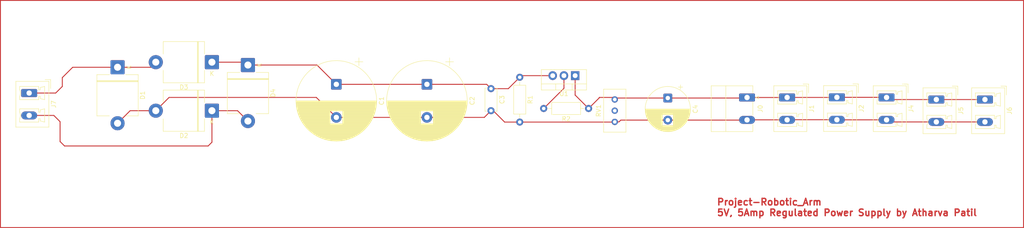
<source format=kicad_pcb>
(kicad_pcb (version 20241229) (generator "pcbnew") (generator_version "9.0")
  (title_block (title "PCB_Regulated_Power_Supply_5V_5Amp") (date "07-01-2026") (comment 1 "To provide constant 5v and 5amp supply to servo motors"))
  (layers (0 "F.Cu" signal) (2 "B.Cu" signal) (13 "F.Paste" user) (15 "B.Paste" user) (5 "F.SilkS" user "F.Silkscreen") (7 "B.SilkS" user "B.Silkscreen") (1 "F.Mask" user) (3 "B.Mask" user) (25 "Edge.Cuts" user))
  (net 0 "")
  (net 1 "Net-(D3-K)")
  (net 2 "Net-(D1-A)")
  (net 3 "Net-(J0-Pin_1)")
  (net 4 "Net-(D1-K)")
  (net 5 "Net-(D2-K)")
  (net 6 "Net-(U1-VO)")
  (footprint "Capacitor_THT:C_Disc_D5.0mm_W2.5mm_P5.00mm" (layer "F.Cu") (at 162 68 -90)
    (property "Reference" "C3" (at 2.5 -2.5 90) (layer "F.SilkS"))
    (property "Value" "100nF, 50V")
    (pad "1" thru_hole circle (at 0 0 270) (size 1.6 1.6) (drill 0.8) (layers "*.Cu" "*.Mask") (net 1 "Net-(D3-K)"))
    (pad "2" thru_hole circle (at 5 0 270) (size 1.6 1.6) (drill 0.8) (layers "*.Cu" "*.Mask") (net 2 "Net-(D1-A)"))
  )
  (footprint "Diode_THT:D_P600_R-6_P12.70mm_Horizontal" (layer "F.Cu") (at 107 62.65 -90)
    (property "Reference" "D4" (at 6.35 -5.67 90) (layer "F.SilkS"))
    (property "Value" "~")
    (fp_text user "K" (at 0 -2.6 90) (layer "F.SilkS"))
    (pad "1" thru_hole roundrect (at 0 0 270) (size 3.2 3.2) (drill 1.6) (layers "*.Cu" "*.Mask") (roundrect_rratio 0.078125) (net 1 "Net-(D3-K)"))
    (pad "2" thru_hole circle (at 12.7 0 270) (size 3.2 3.2) (drill 1.6) (layers "*.Cu" "*.Mask") (net 5 "Net-(D2-K)"))
  )
  (footprint "Capacitor_THT:CP_Radial_D10.0mm_P5.00mm" (layer "F.Cu") (at 202 70.132323 -90)
    (property "Reference" "C4" (at 2.5 -6.25 90) (layer "F.SilkS"))
    (property "Value" "1000uF, 16V")
    (pad "1" thru_hole roundrect (at 0 0 270) (size 2 2) (drill 1) (layers "*.Cu" "*.Mask") (roundrect_rratio 0.125) (net 3 "Net-(J0-Pin_1)"))
    (pad "2" thru_hole circle (at 5 0 270) (size 2 2) (drill 1) (layers "*.Cu" "*.Mask") (net 2 "Net-(D1-A)"))
  )
  (footprint "Capacitor_THT:CP_Radial_D18.0mm_P7.50mm" (layer "F.Cu") (at 127 67.02222 -90)
    (property "Reference" "C1" (at 3.75 -10.25 90) (layer "F.SilkS"))
    (property "Value" "4700µF, 25V")
    (pad "1" thru_hole roundrect (at 0 0 270) (size 2.4 2.4) (drill 1.2) (layers "*.Cu" "*.Mask") (roundrect_rratio 0.104167) (net 1 "Net-(D3-K)"))
    (pad "2" thru_hole circle (at 7.5 0 270) (size 2.4 2.4) (drill 1.2) (layers "*.Cu" "*.Mask") (net 2 "Net-(D1-A)"))
  )
  (footprint "Potentiometer_THT:Potentiometer_Bourns_3296W_Vertical" (layer "F.Cu") (at 190 70.46 90)
    (property "Reference" "RV1" (at -2.54 -3.66 90) (layer "F.SilkS"))
    (property "Value" "R_Potentiometer")
    (pad "1" thru_hole circle (at 0 0 90) (size 1.44 1.44) (drill 0.8) (layers "*.Cu" "*.Mask") (net 3 "Net-(J0-Pin_1)"))
    (pad "2" thru_hole circle (at -2.54 0 90) (size 1.44 1.44) (drill 0.8) (layers "*.Cu" "*.Mask"))
    (pad "3" thru_hole circle (at -5.08 0 90) (size 1.44 1.44) (drill 0.8) (layers "*.Cu" "*.Mask") (net 2 "Net-(D1-A)"))
  )
  (footprint "Diode_THT:D_P600_R-6_P12.70mm_Horizontal" (layer "F.Cu") (at 77.5 63.15 -90)
    (property "Reference" "D1" (at 6.35 -5.67 90) (layer "F.SilkS"))
    (property "Value" "~")
    (fp_text user "K" (at 0 -2.6 90) (layer "F.SilkS"))
    (pad "1" thru_hole roundrect (at 0 0 270) (size 3.2 3.2) (drill 1.6) (layers "*.Cu" "*.Mask") (roundrect_rratio 0.078125) (net 4 "Net-(D1-K)"))
    (pad "2" thru_hole circle (at 12.7 0 270) (size 3.2 3.2) (drill 1.6) (layers "*.Cu" "*.Mask") (net 2 "Net-(D1-A)"))
  )
  (footprint "Connector_Phoenix_MC_HighVoltage:PhoenixContact_MCV_1,5_2-G-5.08_1x02_P5.08mm_Vertical" (layer "F.Cu") (at 57.5 69 -90)
    (property "Reference" "J7" (at 2.54 -5.55 90) (layer "F.SilkS"))
    (property "Value" "AC Input 9v from S_D_Transformer")
    (pad "1" thru_hole roundrect (at 0 0 270) (size 1.8 3.6) (drill 1.2) (layers "*.Cu" "*.Mask") (roundrect_rratio 0.138889) (net 4 "Net-(D1-K)"))
    (pad "2" thru_hole oval (at 5.08 0 270) (size 1.8 3.6) (drill 1.2) (layers "*.Cu" "*.Mask") (net 5 "Net-(D2-K)"))
  )
  (footprint "Resistor_THT:R_Axial_DIN0207_L6.3mm_D2.5mm_P10.16mm_Horizontal" (layer "F.Cu") (at 168.5 65.42 -90)
    (property "Reference" "R1" (at 5.08 -2.37 90) (layer "F.SilkS"))
    (property "Value" "2.2kΩ, 0.25W")
    (pad "1" thru_hole circle (at 0 0 270) (size 1.6 1.6) (drill 0.8) (layers "*.Cu" "*.Mask") (net 1 "Net-(D3-K)"))
    (pad "2" thru_hole circle (at 10.16 0 270) (size 1.6 1.6) (drill 0.8) (layers "*.Cu" "*.Mask") (net 2 "Net-(D1-A)"))
  )
  (footprint "Connector_Phoenix_MC_HighVoltage:PhoenixContact_MCV_1,5_2-G-5.08_1x02_P5.08mm_Vertical" (layer "F.Cu") (at 240.2625 69.9725 -90)
    (property "Reference" "J2" (at 2.54 -5.55 90) (layer "F.SilkS"))
    (property "Value" "SM_3")
    (pad "1" thru_hole roundrect (at 0 0 270) (size 1.8 3.6) (drill 1.2) (layers "*.Cu" "*.Mask") (roundrect_rratio 0.138889) (net 3 "Net-(J0-Pin_1)"))
    (pad "2" thru_hole oval (at 5.08 0 270) (size 1.8 3.6) (drill 1.2) (layers "*.Cu" "*.Mask") (net 2 "Net-(D1-A)"))
  )
  (footprint "Connector_Phoenix_MC_HighVoltage:PhoenixContact_MC_1,5_2-G-5.08_1x02_P5.08mm_Horizontal" (layer "F.Cu") (at 219.9325 70.01 -90)
    (property "Reference" "J0" (at 2.54 -3 90) (layer "F.SilkS"))
    (property "Value" "SM_1")
    (pad "1" thru_hole roundrect (at 0 0 270) (size 1.8 3.6) (drill 1.2) (layers "*.Cu" "*.Mask") (roundrect_rratio 0.138889) (net 3 "Net-(J0-Pin_1)"))
    (pad "2" thru_hole oval (at 5.08 0 270) (size 1.8 3.6) (drill 1.2) (layers "*.Cu" "*.Mask") (net 2 "Net-(D1-A)"))
  )
  (footprint "Connector_Phoenix_MC_HighVoltage:PhoenixContact_MCV_1,5_2-G-5.08_1x02_P5.08mm_Vertical" (layer "F.Cu") (at 273.7625 70.4725 -90)
    (property "Reference" "J6" (at 2.54 -5.55 90) (layer "F.SilkS"))
    (property "Value" "SM_6")
    (pad "1" thru_hole roundrect (at 0 0 270) (size 1.8 3.6) (drill 1.2) (layers "*.Cu" "*.Mask") (roundrect_rratio 0.138889) (net 3 "Net-(J0-Pin_1)"))
    (pad "2" thru_hole oval (at 5.08 0 270) (size 1.8 3.6) (drill 1.2) (layers "*.Cu" "*.Mask") (net 2 "Net-(D1-A)"))
  )
  (footprint "Connector_Phoenix_MC_HighVoltage:PhoenixContact_MCV_1,5_2-G-5.08_1x02_P5.08mm_Vertical" (layer "F.Cu") (at 229 70 -90)
    (property "Reference" "J1" (at 2.54 -5.55 90) (layer "F.SilkS"))
    (property "Value" "SM_2")
    (pad "1" thru_hole roundrect (at 0 0 270) (size 1.8 3.6) (drill 1.2) (layers "*.Cu" "*.Mask") (roundrect_rratio 0.138889) (net 3 "Net-(J0-Pin_1)"))
    (pad "2" thru_hole oval (at 5.08 0 270) (size 1.8 3.6) (drill 1.2) (layers "*.Cu" "*.Mask") (net 2 "Net-(D1-A)"))
  )
  (footprint "Diode_THT:D_P600_R-6_P12.70mm_Horizontal" (layer "F.Cu") (at 98.85 73 180)
    (property "Reference" "D2" (at 6.35 -5.67 0) (layer "F.SilkS"))
    (property "Value" "~")
    (fp_text user "K" (at 0 -2.6 0) (layer "F.SilkS"))
    (pad "1" thru_hole roundrect (at 0 0 180) (size 3.2 3.2) (drill 1.6) (layers "*.Cu" "*.Mask") (roundrect_rratio 0.078125) (net 5 "Net-(D2-K)"))
    (pad "2" thru_hole circle (at 12.7 0 180) (size 3.2 3.2) (drill 1.6) (layers "*.Cu" "*.Mask") (net 2 "Net-(D1-A)"))
  )
  (footprint "Package_TO_SOT_THT:TO-220-3_Vertical" (layer "F.Cu") (at 181.04 65.05 180)
    (property "Reference" "U1" (at 2.54 -4.1 0) (layer "F.SilkS"))
    (property "Value" "LM338")
    (pad "1" thru_hole rect (at 0 0 180) (size 1.905 2) (drill 1.1) (layers "*.Cu" "*.Mask") (net 3 "Net-(J0-Pin_1)"))
    (pad "2" thru_hole oval (at 2.54 0 180) (size 1.905 2) (drill 1.1) (layers "*.Cu" "*.Mask") (net 6 "Net-(U1-VO)"))
    (pad "3" thru_hole oval (at 5.08 0 180) (size 1.905 2) (drill 1.1) (layers "*.Cu" "*.Mask") (net 1 "Net-(D3-K)"))
  )
  (footprint "Resistor_THT:R_Axial_DIN0207_L6.3mm_D2.5mm_P10.16mm_Horizontal" (layer "F.Cu") (at 184.08 72.5 180)
    (property "Reference" "R2" (at 5.08 -2.37 0) (layer "F.SilkS"))
    (property "Value" "R")
    (pad "1" thru_hole circle (at 0 0 180) (size 1.6 1.6) (drill 0.8) (layers "*.Cu" "*.Mask") (net 3 "Net-(J0-Pin_1)"))
    (pad "2" thru_hole circle (at 10.16 0 180) (size 1.6 1.6) (drill 0.8) (layers "*.Cu" "*.Mask") (net 6 "Net-(U1-VO)"))
  )
  (footprint "Connector_Phoenix_MC_HighVoltage:PhoenixContact_MCV_1,5_2-G-5.08_1x02_P5.08mm_Vertical" (layer "F.Cu") (at 262.7625 70.4725 -90)
    (property "Reference" "J5" (at 2.54 -5.55 90) (layer "F.SilkS"))
    (property "Value" "SM_5")
    (pad "1" thru_hole roundrect (at 0 0 270) (size 1.8 3.6) (drill 1.2) (layers "*.Cu" "*.Mask") (roundrect_rratio 0.138889) (net 3 "Net-(J0-Pin_1)"))
    (pad "2" thru_hole oval (at 5.08 0 270) (size 1.8 3.6) (drill 1.2) (layers "*.Cu" "*.Mask") (net 2 "Net-(D1-A)"))
  )
  (footprint "Diode_THT:D_P600_R-6_P12.70mm_Horizontal" (layer "F.Cu") (at 98.85 62 180)
    (property "Reference" "D3" (at 6.35 -5.67 0) (layer "F.SilkS"))
    (property "Value" "10SQ045")
    (fp_text user "K" (at 0 -2.6 0) (layer "F.SilkS"))
    (pad "1" thru_hole roundrect (at 0 0 180) (size 3.2 3.2) (drill 1.6) (layers "*.Cu" "*.Mask") (roundrect_rratio 0.078125) (net 1 "Net-(D3-K)"))
    (pad "2" thru_hole circle (at 12.7 0 180) (size 3.2 3.2) (drill 1.6) (layers "*.Cu" "*.Mask") (net 4 "Net-(D1-K)"))
  )
  (footprint "Capacitor_THT:CP_Radial_D18.0mm_P7.50mm" (layer "F.Cu") (at 147.5 67.02222 -90)
    (property "Reference" "C2" (at 3.75 -10.25 90) (layer "F.SilkS"))
    (property "Value" "~")
    (pad "1" thru_hole roundrect (at 0 0 270) (size 2.4 2.4) (drill 1.2) (layers "*.Cu" "*.Mask") (roundrect_rratio 0.104167) (net 1 "Net-(D3-K)"))
    (pad "2" thru_hole circle (at 7.5 0 270) (size 2.4 2.4) (drill 1.2) (layers "*.Cu" "*.Mask") (net 2 "Net-(D1-A)"))
  )
  (footprint "Connector_Phoenix_MC_HighVoltage:PhoenixContact_MCV_1,5_2-G-5.08_1x02_P5.08mm_Vertical" (layer "F.Cu") (at 251.5 70 -90)
    (property "Reference" "J4" (at 2.54 -5.55 90) (layer "F.SilkS"))
    (property "Value" "SM_4")
    (pad "1" thru_hole roundrect (at 0 0 270) (size 1.8 3.6) (drill 1.2) (layers "*.Cu" "*.Mask") (roundrect_rratio 0.138889) (net 3 "Net-(J0-Pin_1)"))
    (pad "2" thru_hole oval (at 5.08 0 270) (size 1.8 3.6) (drill 1.2) (layers "*.Cu" "*.Mask") (net 2 "Net-(D1-A)"))
  )
  (gr_rect (start 51 48) (end 282.5 99.5) (stroke (width 0.2)) (fill no) (layer "F.Cu"))
  (gr_text "Project-Robotic_Arm\n5V, 5Amp Regulated Power Supply by Atharva Patil" (at 213 97 0) (layer "F.Cu") (effects (font (size 1.5 1.5) (thickness 0.3) (bold yes)) (justify left bottom)))
  (segment (start 107 62.65) (end 122.62778 62.65) (width 0.2) (layer "F.Cu") (net 1))
  (segment (start 106.35 62) (end 107 62.65) (width 0.2) (layer "F.Cu") (net 1))
  (segment (start 122.62778 62.65) (end 127 67.02222) (width 0.2) (layer "F.Cu") (net 1))
  (segment (start 175.96 65.05) (end 168.87 65.05) (width 0.2) (layer "F.Cu") (net 1))
  (segment (start 161.02222 67.02222) (end 162 68) (width 0.2) (layer "F.Cu") (net 1))
  (segment (start 162 68) (end 165.92 68) (width 0.2) (layer "F.Cu") (net 1))
  (segment (start 168.87 65.05) (end 168.5 65.42) (width 0.2) (layer "F.Cu") (net 1))
  (segment (start 127 67.02222) (end 147.5 67.02222) (width 0.2) (layer "F.Cu") (net 1))
  (segment (start 165.92 68) (end 168.5 65.42) (width 0.2) (layer "F.Cu") (net 1))
  (segment (start 147.5 67.02222) (end 161.02222 67.02222) (width 0.2) (layer "F.Cu") (net 1))
  (segment (start 98.85 62) (end 106.35 62) (width 0.2) (layer "F.Cu") (net 1))
  (segment (start 162.5 73) (end 165.08 75.58) (width 0.2) (layer "F.Cu") (net 2))
  (segment (start 219.890177 75.132323) (end 219.9325 75.09) (width 0.2) (layer "F.Cu") (net 2))
  (segment (start 251.5 75.08) (end 240.29 75.08) (width 0.2) (layer "F.Cu") (net 2))
  (segment (start 190 75.54) (end 190.96 75.54) (width 0.2) (layer "F.Cu") (net 2))
  (segment (start 168.5 75.58) (end 189.96 75.58) (width 0.2) (layer "F.Cu") (net 2))
  (segment (start 240.29 75.08) (end 240.2625 75.0525) (width 0.2) (layer "F.Cu") (net 2))
  (segment (start 122.47778 70) (end 127 74.52222) (width 0.2) (layer "F.Cu") (net 2))
  (segment (start 229 75.08) (end 219.9425 75.08) (width 0.2) (layer "F.Cu") (net 2))
  (segment (start 127 74.52222) (end 147.5 74.52222) (width 0.2) (layer "F.Cu") (net 2))
  (segment (start 262.7625 75.5525) (end 251.9725 75.5525) (width 0.2) (layer "F.Cu") (net 2))
  (segment (start 202 75.132323) (end 219.890177 75.132323) (width 0.2) (layer "F.Cu") (net 2))
  (segment (start 251.9725 75.5525) (end 251.5 75.08) (width 0.2) (layer "F.Cu") (net 2))
  (segment (start 219.9425 75.08) (end 219.9325 75.09) (width 0.2) (layer "F.Cu") (net 2))
  (segment (start 273.7625 75.5525) (end 262.7625 75.5525) (width 0.2) (layer "F.Cu") (net 2))
  (segment (start 77.5 75.85) (end 80.35 73) (width 0.2) (layer "F.Cu") (net 2))
  (segment (start 160.47778 74.52222) (end 162 73) (width 0.2) (layer "F.Cu") (net 2))
  (segment (start 147.5 74.52222) (end 160.47778 74.52222) (width 0.2) (layer "F.Cu") (net 2))
  (segment (start 165.08 75.58) (end 168.5 75.58) (width 0.2) (layer "F.Cu") (net 2))
  (segment (start 240.2625 75.0525) (end 229.0275 75.0525) (width 0.2) (layer "F.Cu") (net 2))
  (segment (start 89.15 70) (end 122.47778 70) (width 0.2) (layer "F.Cu") (net 2))
  (segment (start 86.15 73) (end 89.15 70) (width 0.2) (layer "F.Cu") (net 2))
  (segment (start 190.96 75.54) (end 191.367677 75.132323) (width 0.2) (layer "F.Cu") (net 2))
  (segment (start 229.0275 75.0525) (end 229 75.08) (width 0.2) (layer "F.Cu") (net 2))
  (segment (start 191.367677 75.132323) (end 202 75.132323) (width 0.2) (layer "F.Cu") (net 2))
  (segment (start 80.35 73) (end 86.15 73) (width 0.2) (layer "F.Cu") (net 2))
  (segment (start 162 73) (end 162.5 73) (width 0.2) (layer "F.Cu") (net 2))
  (segment (start 189.96 75.58) (end 190 75.54) (width 0.2) (layer "F.Cu") (net 2))
  (segment (start 240.235 70) (end 240.2625 69.9725) (width 0.2) (layer "F.Cu") (net 3))
  (segment (start 251.4725 69.9725) (end 251.5 70) (width 0.2) (layer "F.Cu") (net 3))
  (segment (start 228.99 70.01) (end 229 70) (width 0.2) (layer "F.Cu") (net 3))
  (segment (start 219.9325 70.01) (end 228.99 70.01) (width 0.2) (layer "F.Cu") (net 3))
  (segment (start 251.5 70) (end 252 70) (width 0.2) (layer "F.Cu") (net 3))
  (segment (start 186.5 70.08) (end 186.5 70) (width 0.2) (layer "F.Cu") (net 3))
  (segment (start 262.7625 70.4725) (end 273.7625 70.4725) (width 0.2) (layer "F.Cu") (net 3))
  (segment (start 229 70) (end 240.235 70) (width 0.2) (layer "F.Cu") (net 3))
  (segment (start 252.4725 70.4725) (end 262.7625 70.4725) (width 0.2) (layer "F.Cu") (net 3))
  (segment (start 181.04 65.05) (end 181.04 69.46) (width 0.2) (layer "F.Cu") (net 3))
  (segment (start 190.04 70.46) (end 190.367677 70.132323) (width 0.2) (layer "F.Cu") (net 3))
  (segment (start 190.367677 70.132323) (end 202 70.132323) (width 0.2) (layer "F.Cu") (net 3))
  (segment (start 181.04 69.46) (end 184.08 72.5) (width 0.2) (layer "F.Cu") (net 3))
  (segment (start 184.08 72.5) (end 186.5 70.08) (width 0.2) (layer "F.Cu") (net 3))
  (segment (start 240.2625 69.9725) (end 251.4725 69.9725) (width 0.2) (layer "F.Cu") (net 3))
  (segment (start 189.54 70) (end 190 70.46) (width 0.2) (layer "F.Cu") (net 3))
  (segment (start 252 70) (end 252.4725 70.4725) (width 0.2) (layer "F.Cu") (net 3))
  (segment (start 186.5 70) (end 189.54 70) (width 0.2) (layer "F.Cu") (net 3))
  (segment (start 190 70.46) (end 190.04 70.46) (width 0.2) (layer "F.Cu") (net 3))
  (segment (start 219.810177 70.132323) (end 219.9325 70.01) (width 0.2) (layer "F.Cu") (net 3))
  (segment (start 202 70.132323) (end 219.810177 70.132323) (width 0.2) (layer "F.Cu") (net 3))
  (segment (start 67.35 63.15) (end 77.5 63.15) (width 0.2) (layer "F.Cu") (net 4))
  (segment (start 65 67.5) (end 65 65.5) (width 0.2) (layer "F.Cu") (net 4))
  (segment (start 65 65.5) (end 67.35 63.15) (width 0.2) (layer "F.Cu") (net 4))
  (segment (start 77.5 63.15) (end 85 63.15) (width 0.2) (layer "F.Cu") (net 4))
  (segment (start 85 63.15) (end 86.15 62) (width 0.2) (layer "F.Cu") (net 4))
  (segment (start 57.5 69) (end 63.5 69) (width 0.2) (layer "F.Cu") (net 4))
  (segment (start 63.5 69) (end 65 67.5) (width 0.2) (layer "F.Cu") (net 4))
  (segment (start 98.85 73) (end 104.65 73) (width 0.2) (layer "F.Cu") (net 5))
  (segment (start 98.85 80.15) (end 98 81) (width 0.2) (layer "F.Cu") (net 5))
  (segment (start 65.5 81) (end 64.5 80) (width 0.2) (layer "F.Cu") (net 5))
  (segment (start 104.65 73) (end 107 75.35) (width 0.2) (layer "F.Cu") (net 5))
  (segment (start 64.5 80) (end 64.5 75.5) (width 0.2) (layer "F.Cu") (net 5))
  (segment (start 63.08 74.08) (end 57.5 74.08) (width 0.2) (layer "F.Cu") (net 5))
  (segment (start 64.5 75.5) (end 63.08 74.08) (width 0.2) (layer "F.Cu") (net 5))
  (segment (start 98 81) (end 65.5 81) (width 0.2) (layer "F.Cu") (net 5))
  (segment (start 98.85 73) (end 98.85 80.15) (width 0.2) (layer "F.Cu") (net 5))
  (segment (start 178.5 67.92) (end 173.92 72.5) (width 0.2) (layer "F.Cu") (net 6))
  (segment (start 178.5 65.05) (end 178.5 67.92) (width 0.2) (layer "F.Cu") (net 6))
)
</source>
